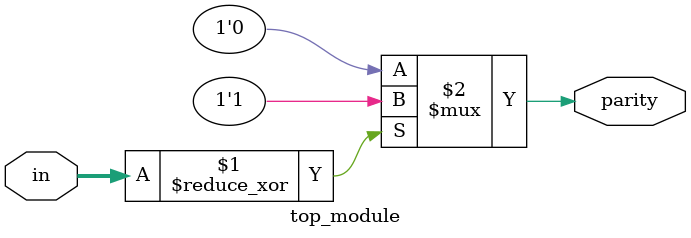
<source format=v>

module top_module (
	input  [7:0] in    ,
	output       parity
);
	//& a[3:0]     // AND: a[3]&a[2]&a[1]&a[0] : reduction operator
	//even parity of 8 bit
	assign parity = (^ in[7:0]) ? 1'b1:1'b0;
endmodule

</source>
